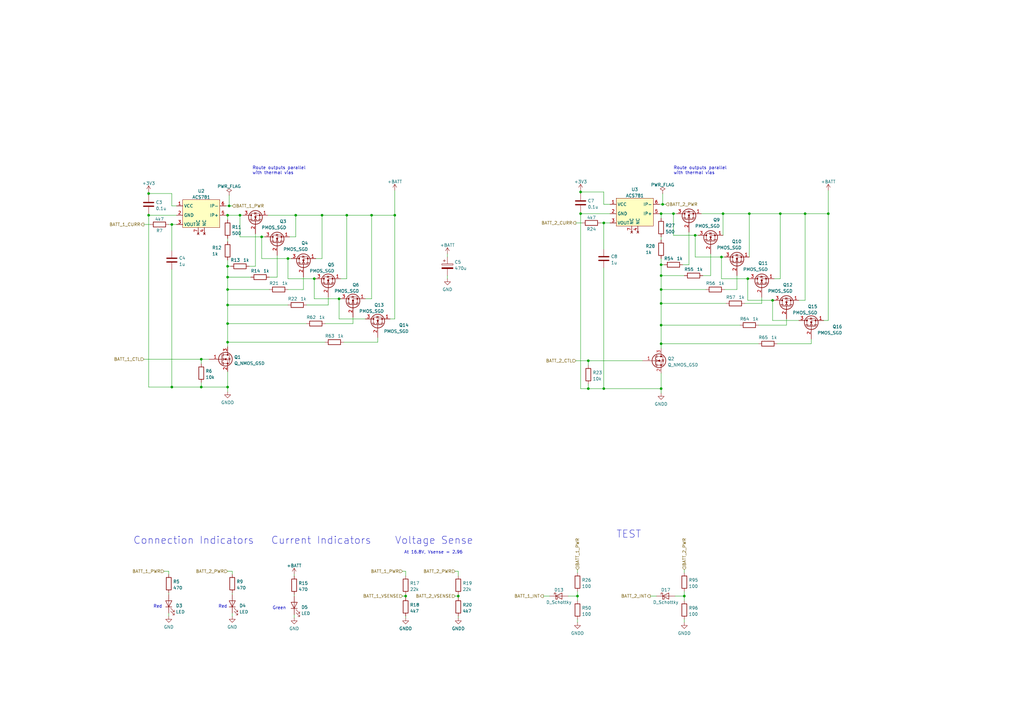
<source format=kicad_sch>
(kicad_sch (version 20211123) (generator eeschema)
  (paper "A3")
  (lib_symbols
    (symbol "0.power-symbols:+3.3V" (power) (pin_names (offset 0))
      (property "Value" "+3.3V" (at 0 3.556 0))
      (symbol "+3.3V_0_1"
        (polyline (pts (xy -0.762 1.27) (xy 0 2.54)))
        (polyline (pts (xy 0 0) (xy 0 2.54)))
        (polyline (pts (xy 0 2.54) (xy 0.762 1.27)))
      )
      (symbol "+3.3V_1_1"
        (pin power_in line (at 0 0 90) (length 0) hide (name "+3V3") (number "1"))
      )
    )
    (symbol "0.power-symbols:+BATT" (power) (pin_names (offset 0))
      (property "Value" "+BATT" (at 0 3.556 0))
      (symbol "+BATT_0_1"
        (polyline (pts (xy -0.762 1.27) (xy 0 2.54)))
        (polyline (pts (xy 0 0) (xy 0 2.54)))
        (polyline (pts (xy 0 2.54) (xy 0.762 1.27)))
      )
      (symbol "+BATT_1_1"
        (pin power_in line (at 0 0 90) (length 0) hide (name "+BATT") (number "1"))
      )
    )
    (symbol "0.power-symbols:GND" (power) (pin_names (offset 0))
      (property "Value" "GND" (at 0 -3.81 0))
      (symbol "GND_0_1"
        (polyline (pts (xy 0 0) (xy 0 -1.27) (xy 1.27 -1.27) (xy 0 -2.54) (xy -1.27 -1.27) (xy 0 -1.27)))
      )
      (symbol "GND_1_1"
        (pin power_in line (at 0 0 270) (length 0) hide (name "GND") (number "1"))
      )
    )
    (symbol "0.power-symbols:GNDD" (power) (pin_names (offset 0))
      (property "Value" "GNDD" (at 0 -3.81 0))
      (symbol "GNDD_0_1"
        (polyline (pts (xy 0 0) (xy 0 -1.27) (xy 1.27 -1.27) (xy 0 -2.54) (xy -1.27 -1.27) (xy 0 -1.27)))
      )
      (symbol "GNDD_1_1"
        (pin power_in line (at 0 0 270) (length 0) hide (name "GNDD") (number "1"))
      )
    )
    (symbol "0.power-symbols:PWR_FLAG" (power) (pin_numbers hide) (pin_names (offset 0) hide)
      (property "Value" "PWR_FLAG" (at 0 3.81 0))
      (symbol "PWR_FLAG_0_0"
        (pin power_out line (at 0 0 90) (length 0) (name "pwr") (number "1"))
      )
      (symbol "PWR_FLAG_0_1"
        (polyline (pts (xy 0 0) (xy 0 1.27) (xy -1.016 1.905) (xy 0 2.54) (xy 1.016 1.905) (xy 0 1.27)))
      )
    )
    (symbol "1.semi.discrete:D_Schottky" (pin_numbers hide) (pin_names (offset 1.016) hide)
      (property "Reference" "D" (at 0 2.54 0))
      (property "Value" "D_Schottky" (at 0 -2.54 0))
      (symbol "D_Schottky_0_1"
        (polyline (pts (xy 1.27 0) (xy -1.27 0)))
        (polyline (pts (xy 1.27 1.27) (xy 1.27 -1.27) (xy -1.27 0) (xy 1.27 1.27)) (stroke (width 0.2032)))
        (polyline (pts (xy -1.905 0.635) (xy -1.905 1.27) (xy -1.27 1.27) (xy -1.27 -1.27) (xy -0.635 -1.27) (xy -0.635 -0.635)) (stroke (width 0.2032)))
      )
      (symbol "D_Schottky_1_1"
        (pin passive line (at -3.81 0 0) (length 2.54) (name "K") (number "1"))
        (pin passive line (at 3.81 0 180) (length 2.54) (name "A") (number "2"))
      )
    )
    (symbol "1.semi.discrete:Q_NMOS_GSD" (pin_names (offset 0) hide)
      (property "Reference" "Q" (at 5.08 1.27 0))
      (property "Value" "Q_NMOS_GSD" (at 5.08 -1.27 0))
      (symbol "Q_NMOS_GSD_0_1"
        (polyline (pts (xy 0.0508 0) (xy 0.254 0)))
        (polyline (pts (xy 0.762 -1.778) (xy 2.54 -1.778)))
        (polyline (pts (xy 0.762 -1.27) (xy 0.762 -2.286)) (stroke (width 0.254)))
        (polyline (pts (xy 0.762 0) (xy 2.54 0)))
        (polyline (pts (xy 0.762 0.508) (xy 0.762 -0.508)) (stroke (width 0.254)))
        (polyline (pts (xy 0.762 1.778) (xy 2.54 1.778)))
        (polyline (pts (xy 0.762 2.286) (xy 0.762 1.27)) (stroke (width 0.254)))
        (polyline (pts (xy 2.54 -1.778) (xy 2.54 -2.54)))
        (polyline (pts (xy 2.54 -1.778) (xy 2.54 0)))
        (polyline (pts (xy 2.54 2.54) (xy 2.54 1.778)))
        (polyline (pts (xy 0.254 1.905) (xy 0.254 -1.905) (xy 0.254 -1.905)) (stroke (width 0.254)))
        (polyline (pts (xy 1.016 0) (xy 2.032 0.381) (xy 2.032 -0.381) (xy 1.016 0)) (fill (type outline)))
        (polyline (pts (xy 2.54 -1.778) (xy 3.302 -1.778) (xy 3.302 1.778) (xy 2.54 1.778)))
        (polyline (pts (xy 2.794 0.508) (xy 2.921 0.381) (xy 3.683 0.381) (xy 3.81 0.254)))
        (polyline (pts (xy 3.302 0.381) (xy 2.921 -0.254) (xy 3.683 -0.254) (xy 3.302 0.381)))
        (circle (center 1.651 0) (radius 2.8194) (stroke (width 0.254)))
        (circle (center 2.54 -1.778) (radius 0.2794) (fill (type outline)))
        (circle (center 2.54 1.778) (radius 0.2794) (fill (type outline)))
      )
      (symbol "Q_NMOS_GSD_1_1"
        (pin input line (at -5.08 0 0) (length 5.08) (name "G") (number "1"))
        (pin passive line (at 2.54 -5.08 90) (length 2.54) (name "S") (number "2"))
        (pin passive line (at 2.54 5.08 270) (length 2.54) (name "D") (number "3"))
      )
    )
    (symbol "1.semi.discrete:Q_NMOS_SGD" (pin_names (offset 0) hide)
      (property "Reference" "Q" (at 5.08 1.27 0))
      (property "Value" "Q_NMOS_SGD" (at 5.08 -1.27 0))
      (symbol "Q_NMOS_SGD_0_1"
        (polyline (pts (xy 0.0508 0) (xy 0.254 0)))
        (polyline (pts (xy 0.762 -1.778) (xy 2.54 -1.778)))
        (polyline (pts (xy 0.762 -1.27) (xy 0.762 -2.286)) (stroke (width 0.254)))
        (polyline (pts (xy 0.762 0) (xy 2.54 0)))
        (polyline (pts (xy 0.762 0.508) (xy 0.762 -0.508)) (stroke (width 0.254)))
        (polyline (pts (xy 0.762 1.778) (xy 2.54 1.778)))
        (polyline (pts (xy 0.762 2.286) (xy 0.762 1.27)) (stroke (width 0.254)))
        (polyline (pts (xy 2.54 -1.778) (xy 2.54 -2.54)))
        (polyline (pts (xy 2.54 -1.778) (xy 2.54 0)))
        (polyline (pts (xy 2.54 2.54) (xy 2.54 1.778)))
        (polyline (pts (xy 0.254 1.905) (xy 0.254 -1.905) (xy 0.254 -1.905)) (stroke (width 0.254)))
        (polyline (pts (xy 1.016 0) (xy 2.032 0.381) (xy 2.032 -0.381) (xy 1.016 0)) (fill (type outline)))
        (polyline (pts (xy 2.54 -1.778) (xy 3.302 -1.778) (xy 3.302 1.778) (xy 2.54 1.778)))
        (polyline (pts (xy 2.794 0.508) (xy 2.921 0.381) (xy 3.683 0.381) (xy 3.81 0.254)))
        (polyline (pts (xy 3.302 0.381) (xy 2.921 -0.254) (xy 3.683 -0.254) (xy 3.302 0.381)))
        (circle (center 1.651 0) (radius 2.8194) (stroke (width 0.254)))
        (circle (center 2.54 -1.778) (radius 0.2794) (fill (type outline)))
        (circle (center 2.54 1.778) (radius 0.2794) (fill (type outline)))
      )
      (symbol "Q_NMOS_SGD_1_1"
        (pin passive line (at 2.54 -5.08 90) (length 2.54) (name "S") (number "1"))
        (pin input line (at -5.08 0 0) (length 5.08) (name "G") (number "2"))
        (pin passive line (at 2.54 5.08 270) (length 2.54) (name "D") (number "3"))
      )
    )
    (symbol "1.semi.opto:LED" (pin_numbers hide) (pin_names (offset 1.016) hide)
      (property "Reference" "D" (at 0 2.54 0))
      (property "Value" "LED" (at 0 -2.54 0))
      (symbol "LED_0_1"
        (polyline (pts (xy -1.27 -1.27) (xy -1.27 1.27)) (stroke (width 0.2032)))
        (polyline (pts (xy -1.27 0) (xy 1.27 0)))
        (polyline (pts (xy 1.27 -1.27) (xy 1.27 1.27) (xy -1.27 0) (xy 1.27 -1.27)) (stroke (width 0.2032)))
        (polyline (pts (xy -3.048 -0.762) (xy -4.572 -2.286) (xy -3.81 -2.286) (xy -4.572 -2.286) (xy -4.572 -1.524)))
        (polyline (pts (xy -1.778 -0.762) (xy -3.302 -2.286) (xy -2.54 -2.286) (xy -3.302 -2.286) (xy -3.302 -1.524)))
      )
      (symbol "LED_1_1"
        (pin passive line (at -3.81 0 0) (length 2.54) (name "K") (number "1"))
        (pin passive line (at 3.81 0 180) (length 2.54) (name "A") (number "2"))
      )
    )
    (symbol "2.passive:C" (pin_numbers hide) (pin_names (offset 0.254))
      (property "Reference" "C" (at 0.635 2.54 0))
      (property "Value" "C" (at 0.635 -2.54 0))
      (symbol "C_0_1"
        (polyline (pts (xy -2.032 -0.762) (xy 2.032 -0.762)) (stroke (width 0.508)))
        (polyline (pts (xy -2.032 0.762) (xy 2.032 0.762)) (stroke (width 0.508)))
      )
      (symbol "C_1_1"
        (pin passive line (at 0 3.81 270) (length 2.794) (name "~") (number "1"))
        (pin passive line (at 0 -3.81 90) (length 2.794) (name "~") (number "2"))
      )
    )
    (symbol "2.passive:CP" (pin_numbers hide) (pin_names (offset 0.254))
      (property "Reference" "C" (at 0.635 2.54 0))
      (property "Value" "CP" (at 0.635 -2.54 0))
      (symbol "CP_0_1"
        (rectangle (start -2.286 0.508) (end 2.286 1.016))
        (polyline (pts (xy -1.778 2.286) (xy -0.762 2.286)))
        (polyline (pts (xy -1.27 2.794) (xy -1.27 1.778)))
        (rectangle (start 2.286 -0.508) (end -2.286 -1.016) (fill (type outline)))
      )
      (symbol "CP_1_1"
        (pin passive line (at 0 3.81 270) (length 2.794) (name "~") (number "1"))
        (pin passive line (at 0 -3.81 90) (length 2.794) (name "~") (number "2"))
      )
    )
    (symbol "2.passive:R" (pin_numbers hide) (pin_names (offset 0))
      (property "Reference" "R" (at 2.032 0 90))
      (property "Value" "R" (at 0 0 90))
      (symbol "R_0_1"
        (rectangle (start -1.016 -2.54) (end 1.016 2.54) (stroke (width 0.254)))
      )
      (symbol "R_1_1"
        (pin passive line (at 0 3.81 270) (length 1.27) (name "~") (number "1"))
        (pin passive line (at 0 -3.81 90) (length 1.27) (name "~") (number "2"))
      )
    )
    (symbol "ACS781_1"
      (property "Reference" "U" (at 0 3.81 0))
      (property "Value" "ACS781_1" (at 0 1.27 0))
      (symbol "ACS781_1_0_1"
        (rectangle (start -7.62 0) (end 7.62 -11.43) (fill (type background)))
      )
      (symbol "ACS781_1_1_1"
        (pin power_in line (at -10.16 -2.54 0) (length 2.54) (name "VCC") (number "1"))
        (pin power_in line (at -10.16 -6.35 0) (length 2.54) (name "GND") (number "2"))
        (pin passive line (at -10.16 -10.16 0) (length 2.54) (name "VOUT") (number "3"))
        (pin no_connect line (at 1.27 -13.97 90) (length 2.54) (name "NC") (number "4"))
        (pin power_out line (at 10.16 -6.35 180) (length 2.54) (name "IP+") (number "5"))
        (pin power_in line (at 10.16 -2.54 180) (length 2.54) (name "IP-") (number "6"))
        (pin no_connect line (at -1.27 -13.97 90) (length 2.54) (name "NC") (number "7"))
      )
    )
  )
  (junction (at 121.285 88.265))
  (junction (at 271.145 140.97))
  (junction (at 307.34 87.63))
  (junction (at 238.125 78.74))
  (junction (at 60.96 79.375))
  (junction (at 296.545 87.63))
  (junction (at 271.145 87.63))
  (junction (at 320.04 87.63))
  (junction (at 60.96 88.265))
  (junction (at 70.485 158.75))
  (junction (at 107.315 97.155))
  (junction (at 187.96 244.475))
  (junction (at 271.145 108.585))
  (junction (at 128.905 114.3))
  (junction (at 330.2 87.63))
  (junction (at 93.345 113.665))
  (junction (at 132.08 88.265))
  (junction (at 247.65 91.44))
  (junction (at 152.4 88.265))
  (junction (at 98.425 88.265))
  (junction (at 93.345 118.745))
  (junction (at 271.145 124.46))
  (junction (at 236.855 244.475))
  (junction (at 118.11 106.045))
  (junction (at 271.145 113.03))
  (junction (at 166.37 244.475))
  (junction (at 93.345 109.22))
  (junction (at 271.145 159.385))
  (junction (at 316.865 123.19))
  (junction (at 306.705 114.3))
  (junction (at 161.925 88.265))
  (junction (at 93.345 88.265))
  (junction (at 82.55 147.32))
  (junction (at 276.225 87.63))
  (junction (at 280.67 244.475))
  (junction (at 139.065 122.555))
  (junction (at 241.3 159.385))
  (junction (at 247.65 159.385))
  (junction (at 93.345 140.335))
  (junction (at 70.485 92.075))
  (junction (at 271.145 133.35))
  (junction (at 93.98 84.455))
  (junction (at 295.91 105.41))
  (junction (at 82.55 158.75))
  (junction (at 285.115 96.52))
  (junction (at 339.725 87.63))
  (junction (at 93.345 125.095))
  (junction (at 241.3 147.955))
  (junction (at 142.24 88.265))
  (junction (at 271.78 83.82))
  (junction (at 93.345 158.75))
  (junction (at 93.345 132.715))
  (junction (at 271.145 118.745))
  (junction (at 238.125 87.63))
  (wire (pts (xy 187.96 243.84) (xy 187.96 244.475)))
  (wire (pts (xy 93.345 106.68) (xy 93.345 109.22)))
  (wire (pts (xy 247.65 78.74) (xy 238.125 78.74)))
  (wire (pts (xy 282.575 108.585) (xy 282.575 95.25)))
  (wire (pts (xy 280.67 244.475) (xy 280.67 246.38)))
  (wire (pts (xy 92.71 84.455) (xy 93.98 84.455)))
  (wire (pts (xy 124.46 113.665) (xy 124.46 118.745)))
  (wire (pts (xy 93.345 158.75) (xy 93.345 160.655)))
  (wire (pts (xy 69.215 243.205) (xy 69.215 243.84)))
  (wire (pts (xy 311.15 133.35) (xy 322.58 133.35)))
  (wire (pts (xy 107.315 97.155) (xy 108.585 97.155)))
  (wire (pts (xy 316.865 123.19) (xy 316.865 131.445)))
  (wire (pts (xy 280.035 108.585) (xy 282.575 108.585)))
  (wire (pts (xy 132.08 88.265) (xy 142.24 88.265)))
  (wire (pts (xy 92.71 88.265) (xy 93.345 88.265)))
  (wire (pts (xy 330.2 87.63) (xy 320.04 87.63)))
  (wire (pts (xy 236.22 147.955) (xy 241.3 147.955)))
  (wire (pts (xy 60.96 79.375) (xy 60.96 80.01)))
  (wire (pts (xy 271.145 97.155) (xy 271.145 98.425)))
  (wire (pts (xy 241.3 147.955) (xy 263.525 147.955)))
  (wire (pts (xy 152.4 88.265) (xy 142.24 88.265)))
  (wire (pts (xy 337.82 131.445) (xy 339.725 131.445)))
  (wire (pts (xy 280.67 242.57) (xy 280.67 244.475)))
  (wire (pts (xy 307.34 87.63) (xy 320.04 87.63)))
  (wire (pts (xy 60.96 87.63) (xy 60.96 88.265)))
  (wire (pts (xy 128.905 122.555) (xy 128.905 114.3)))
  (wire (pts (xy 69.215 234.315) (xy 67.31 234.315)))
  (wire (pts (xy 93.345 118.745) (xy 110.49 118.745)))
  (wire (pts (xy 120.65 243.84) (xy 120.65 244.475)))
  (wire (pts (xy 236.855 254) (xy 236.855 255.27)))
  (wire (pts (xy 271.145 87.63) (xy 271.145 89.535)))
  (wire (pts (xy 139.065 122.555) (xy 128.905 122.555)))
  (wire (pts (xy 149.86 122.555) (xy 152.4 122.555)))
  (wire (pts (xy 296.545 87.63) (xy 307.34 87.63)))
  (wire (pts (xy 247.65 91.44) (xy 247.65 102.235)))
  (wire (pts (xy 166.37 243.84) (xy 166.37 244.475)))
  (wire (pts (xy 183.515 113.03) (xy 183.515 114.3)))
  (wire (pts (xy 70.485 110.49) (xy 70.485 158.75)))
  (wire (pts (xy 271.145 140.97) (xy 271.145 142.875)))
  (wire (pts (xy 142.24 114.3) (xy 142.24 88.265)))
  (wire (pts (xy 128.905 114.3) (xy 129.54 114.3)))
  (wire (pts (xy 69.215 251.46) (xy 69.215 252.73)))
  (wire (pts (xy 238.125 87.63) (xy 250.19 87.63)))
  (wire (pts (xy 70.485 79.375) (xy 70.485 84.455)))
  (wire (pts (xy 70.485 79.375) (xy 60.96 79.375)))
  (wire (pts (xy 118.11 106.045) (xy 107.315 106.045)))
  (wire (pts (xy 271.145 124.46) (xy 297.815 124.46)))
  (wire (pts (xy 247.65 159.385) (xy 271.145 159.385)))
  (wire (pts (xy 107.315 97.155) (xy 98.425 97.155)))
  (wire (pts (xy 133.35 132.715) (xy 144.78 132.715)))
  (wire (pts (xy 241.3 157.48) (xy 241.3 159.385)))
  (wire (pts (xy 183.515 104.14) (xy 183.515 105.41)))
  (wire (pts (xy 102.235 109.22) (xy 104.775 109.22)))
  (wire (pts (xy 139.7 114.3) (xy 142.24 114.3)))
  (wire (pts (xy 93.345 125.095) (xy 93.345 132.715)))
  (wire (pts (xy 312.42 124.46) (xy 305.435 124.46)))
  (wire (pts (xy 152.4 122.555) (xy 152.4 88.265)))
  (wire (pts (xy 161.925 78.105) (xy 161.925 88.265)))
  (wire (pts (xy 297.18 105.41) (xy 295.91 105.41)))
  (wire (pts (xy 271.145 108.585) (xy 271.145 113.03)))
  (wire (pts (xy 339.725 87.63) (xy 330.2 87.63)))
  (wire (pts (xy 119.38 106.045) (xy 118.11 106.045)))
  (wire (pts (xy 302.26 113.03) (xy 302.26 118.745)))
  (wire (pts (xy 307.34 114.3) (xy 306.705 114.3)))
  (wire (pts (xy 236.855 233.68) (xy 236.855 234.95)))
  (wire (pts (xy 236.855 244.475) (xy 236.855 246.38)))
  (wire (pts (xy 98.425 88.265) (xy 99.695 88.265)))
  (wire (pts (xy 187.96 244.475) (xy 187.96 245.11)))
  (wire (pts (xy 271.145 113.03) (xy 271.145 118.745)))
  (wire (pts (xy 82.55 147.32) (xy 82.55 149.225)))
  (wire (pts (xy 132.08 88.265) (xy 132.08 106.045)))
  (wire (pts (xy 93.345 88.265) (xy 98.425 88.265)))
  (wire (pts (xy 60.96 88.265) (xy 60.96 158.75)))
  (wire (pts (xy 266.7 244.475) (xy 269.24 244.475)))
  (wire (pts (xy 285.115 96.52) (xy 276.225 96.52)))
  (wire (pts (xy 271.145 108.585) (xy 272.415 108.585)))
  (wire (pts (xy 271.145 153.035) (xy 271.145 159.385)))
  (wire (pts (xy 95.25 234.315) (xy 93.345 234.315)))
  (wire (pts (xy 98.425 97.155) (xy 98.425 88.265)))
  (wire (pts (xy 120.65 252.095) (xy 120.65 253.365)))
  (wire (pts (xy 107.315 106.045) (xy 107.315 97.155)))
  (wire (pts (xy 271.145 106.045) (xy 271.145 108.585)))
  (wire (pts (xy 276.86 244.475) (xy 280.67 244.475)))
  (wire (pts (xy 121.285 88.265) (xy 132.08 88.265)))
  (wire (pts (xy 113.665 113.665) (xy 110.49 113.665)))
  (wire (pts (xy 139.7 122.555) (xy 139.065 122.555)))
  (wire (pts (xy 93.345 125.095) (xy 118.11 125.095)))
  (wire (pts (xy 295.91 105.41) (xy 285.115 105.41)))
  (wire (pts (xy 291.465 113.03) (xy 288.29 113.03)))
  (wire (pts (xy 327.66 123.19) (xy 330.2 123.19)))
  (wire (pts (xy 60.96 88.265) (xy 72.39 88.265)))
  (wire (pts (xy 161.925 130.81) (xy 161.925 88.265)))
  (wire (pts (xy 280.67 254) (xy 280.67 255.27)))
  (wire (pts (xy 60.96 78.74) (xy 60.96 79.375)))
  (wire (pts (xy 271.145 87.63) (xy 276.225 87.63)))
  (wire (pts (xy 271.145 118.745) (xy 271.145 124.46)))
  (wire (pts (xy 307.34 87.63) (xy 307.34 105.41)))
  (wire (pts (xy 322.58 133.35) (xy 322.58 130.81)))
  (wire (pts (xy 187.96 234.315) (xy 187.96 236.22)))
  (wire (pts (xy 160.02 130.81) (xy 161.925 130.81)))
  (wire (pts (xy 93.98 80.01) (xy 93.98 84.455)))
  (wire (pts (xy 271.78 83.82) (xy 273.05 83.82)))
  (wire (pts (xy 132.08 106.045) (xy 129.54 106.045)))
  (wire (pts (xy 134.62 121.92) (xy 134.62 125.095)))
  (wire (pts (xy 241.3 147.955) (xy 241.3 149.86)))
  (wire (pts (xy 118.11 114.3) (xy 128.905 114.3)))
  (wire (pts (xy 316.865 123.19) (xy 306.705 123.19)))
  (wire (pts (xy 270.51 83.82) (xy 271.78 83.82)))
  (wire (pts (xy 121.285 88.265) (xy 121.285 97.155)))
  (wire (pts (xy 93.345 140.335) (xy 93.345 142.24)))
  (wire (pts (xy 271.78 79.375) (xy 271.78 83.82)))
  (wire (pts (xy 247.65 78.74) (xy 247.65 83.82)))
  (wire (pts (xy 291.465 104.14) (xy 291.465 113.03)))
  (wire (pts (xy 247.65 83.82) (xy 250.19 83.82)))
  (wire (pts (xy 271.145 140.97) (xy 311.15 140.97)))
  (wire (pts (xy 166.37 234.315) (xy 166.37 236.22)))
  (wire (pts (xy 118.11 114.3) (xy 118.11 106.045)))
  (wire (pts (xy 93.345 109.22) (xy 94.615 109.22)))
  (wire (pts (xy 236.855 242.57) (xy 236.855 244.475)))
  (wire (pts (xy 125.73 125.095) (xy 134.62 125.095)))
  (wire (pts (xy 187.96 252.73) (xy 187.96 253.365)))
  (wire (pts (xy 154.94 140.335) (xy 154.94 138.43)))
  (wire (pts (xy 166.37 252.73) (xy 166.37 253.365)))
  (wire (pts (xy 165.1 244.475) (xy 166.37 244.475)))
  (wire (pts (xy 121.285 97.155) (xy 118.745 97.155)))
  (wire (pts (xy 95.25 235.585) (xy 95.25 234.315)))
  (wire (pts (xy 233.045 244.475) (xy 236.855 244.475)))
  (wire (pts (xy 339.725 131.445) (xy 339.725 87.63)))
  (wire (pts (xy 306.705 114.3) (xy 306.705 123.19)))
  (wire (pts (xy 93.345 140.335) (xy 133.35 140.335)))
  (wire (pts (xy 93.345 113.665) (xy 102.87 113.665)))
  (wire (pts (xy 317.5 114.3) (xy 320.04 114.3)))
  (wire (pts (xy 276.225 96.52) (xy 276.225 87.63)))
  (wire (pts (xy 118.11 118.745) (xy 124.46 118.745)))
  (wire (pts (xy 270.51 87.63) (xy 271.145 87.63)))
  (wire (pts (xy 271.145 124.46) (xy 271.145 133.35)))
  (wire (pts (xy 238.125 78.74) (xy 238.125 79.375)))
  (wire (pts (xy 82.55 147.32) (xy 85.725 147.32)))
  (wire (pts (xy 93.345 113.665) (xy 93.345 118.745)))
  (wire (pts (xy 59.055 147.32) (xy 82.55 147.32)))
  (wire (pts (xy 166.37 244.475) (xy 166.37 245.11)))
  (wire (pts (xy 238.125 87.63) (xy 238.125 159.385)))
  (wire (pts (xy 271.145 159.385) (xy 271.145 161.29)))
  (wire (pts (xy 70.485 92.075) (xy 72.39 92.075)))
  (wire (pts (xy 82.55 158.75) (xy 93.345 158.75)))
  (wire (pts (xy 161.925 88.265) (xy 152.4 88.265)))
  (wire (pts (xy 69.215 235.585) (xy 69.215 234.315)))
  (wire (pts (xy 238.125 159.385) (xy 241.3 159.385)))
  (wire (pts (xy 120.65 236.22) (xy 120.65 235.585)))
  (wire (pts (xy 330.2 123.19) (xy 330.2 87.63)))
  (wire (pts (xy 238.125 86.995) (xy 238.125 87.63)))
  (wire (pts (xy 276.225 87.63) (xy 277.495 87.63)))
  (wire (pts (xy 70.485 92.075) (xy 70.485 102.87)))
  (wire (pts (xy 59.055 92.075) (xy 61.595 92.075)))
  (wire (pts (xy 285.115 105.41) (xy 285.115 96.52)))
  (wire (pts (xy 140.97 140.335) (xy 154.94 140.335)))
  (wire (pts (xy 187.96 234.315) (xy 186.69 234.315)))
  (wire (pts (xy 109.855 88.265) (xy 121.285 88.265)))
  (wire (pts (xy 95.25 243.205) (xy 95.25 243.84)))
  (wire (pts (xy 93.345 132.715) (xy 93.345 140.335)))
  (wire (pts (xy 93.345 109.22) (xy 93.345 113.665)))
  (wire (pts (xy 318.77 140.97) (xy 332.74 140.97)))
  (wire (pts (xy 295.91 114.3) (xy 295.91 105.41)))
  (wire (pts (xy 222.885 244.475) (xy 225.425 244.475)))
  (wire (pts (xy 238.125 78.105) (xy 238.125 78.74)))
  (wire (pts (xy 93.345 97.79) (xy 93.345 99.06)))
  (wire (pts (xy 297.18 118.745) (xy 302.26 118.745)))
  (wire (pts (xy 247.65 91.44) (xy 250.19 91.44)))
  (wire (pts (xy 82.55 156.845) (xy 82.55 158.75)))
  (wire (pts (xy 241.3 159.385) (xy 247.65 159.385)))
  (wire (pts (xy 93.98 84.455) (xy 95.25 84.455)))
  (wire (pts (xy 271.145 118.745) (xy 289.56 118.745)))
  (wire (pts (xy 149.86 130.81) (xy 139.065 130.81)))
  (wire (pts (xy 339.725 78.105) (xy 339.725 87.63)))
  (wire (pts (xy 327.66 131.445) (xy 316.865 131.445)))
  (wire (pts (xy 271.145 113.03) (xy 280.67 113.03)))
  (wire (pts (xy 166.37 234.315) (xy 165.1 234.315)))
  (wire (pts (xy 93.345 152.4) (xy 93.345 158.75)))
  (wire (pts (xy 317.5 123.19) (xy 316.865 123.19)))
  (wire (pts (xy 60.96 158.75) (xy 70.485 158.75)))
  (wire (pts (xy 104.775 109.22) (xy 104.775 95.885)))
  (wire (pts (xy 93.345 88.265) (xy 93.345 90.17)))
  (wire (pts (xy 271.145 133.35) (xy 271.145 140.97)))
  (wire (pts (xy 93.345 132.715) (xy 125.73 132.715)))
  (wire (pts (xy 113.665 104.775) (xy 113.665 113.665)))
  (wire (pts (xy 332.74 140.97) (xy 332.74 139.065)))
  (wire (pts (xy 320.04 114.3) (xy 320.04 87.63)))
  (wire (pts (xy 296.545 87.63) (xy 296.545 96.52)))
  (wire (pts (xy 312.42 121.92) (xy 312.42 124.46)))
  (wire (pts (xy 287.655 87.63) (xy 296.545 87.63)))
  (wire (pts (xy 70.485 158.75) (xy 82.55 158.75)))
  (wire (pts (xy 285.115 96.52) (xy 286.385 96.52)))
  (wire (pts (xy 139.065 122.555) (xy 139.065 130.81)))
  (wire (pts (xy 271.145 133.35) (xy 303.53 133.35)))
  (wire (pts (xy 95.25 251.46) (xy 95.25 252.73)))
  (wire (pts (xy 93.345 118.745) (xy 93.345 125.095)))
  (wire (pts (xy 144.78 132.715) (xy 144.78 130.175)))
  (wire (pts (xy 69.215 92.075) (xy 70.485 92.075)))
  (wire (pts (xy 186.69 244.475) (xy 187.96 244.475)))
  (wire (pts (xy 306.705 114.3) (xy 295.91 114.3)))
  (wire (pts (xy 236.22 91.44) (xy 238.76 91.44)))
  (wire (pts (xy 246.38 91.44) (xy 247.65 91.44)))
  (wire (pts (xy 247.65 109.855) (xy 247.65 159.385)))
  (wire (pts (xy 70.485 84.455) (xy 72.39 84.455)))
  (wire (pts (xy 280.67 233.68) (xy 280.67 234.95)))
  (text "Connection Indicators\n" (at 54.61 223.52 0) (effects (font (size 3 3)) (justify left bottom)))
  (text "Red" (at 62.865 249.555 0) (effects (font (size 1.27 1.27)) (justify left bottom)))
  (text "Route outputs parallel\nwith thermal vias" (at 276.225 71.755 0) (effects (font (size 1.27 1.27)) (justify left bottom)))
  (text "Voltage Sense" (at 161.925 223.52 0) (effects (font (size 3 3)) (justify left bottom)))
  (text "Green\n" (at 111.76 250.19 0) (effects (font (size 1.27 1.27)) (justify left bottom)))
  (text "Current Indicators\n" (at 111.125 223.52 0) (effects (font (size 3 3)) (justify left bottom)))
  (text "Red" (at 89.535 249.555 0) (effects (font (size 1.27 1.27)) (justify left bottom)))
  (text "Route outputs parallel\nwith thermal vias" (at 103.505 71.755 0) (effects (font (size 1.27 1.27)) (justify left bottom)))
  (text "TEST" (at 252.73 220.98 0) (effects (font (size 3 3)) (justify left bottom)))
  (text "At 16.8V, Vsense = 2.96\n" (at 165.735 227.33 0) (effects (font (size 1.27 1.27)) (justify left bottom)))
  (hierarchical_label "BATT_2_PWR" (shape input) (at 186.69 234.315 180))
  (hierarchical_label "BATT_2_VSENSE" (shape input) (at 186.69 244.475 180))
  (hierarchical_label "BATT_2_CURR" (shape output) (at 236.22 91.44 180))
  (hierarchical_label "BATT_2_CTL" (shape input) (at 236.22 147.955 180))
  (hierarchical_label "BATT_1_INT" (shape output) (at 222.885 244.475 180))
  (hierarchical_label "BATT_1_VSENSE" (shape input) (at 165.1 244.475 180))
  (hierarchical_label "BATT_2_PWR" (shape input) (at 280.67 233.68 90))
  (hierarchical_label "BATT_1_PWR" (shape input) (at 165.1 234.315 180))
  (hierarchical_label "BATT_2_PWR" (shape input) (at 93.345 234.315 180))
  (hierarchical_label "BATT_1_CURR" (shape output) (at 59.055 92.075 180))
  (hierarchical_label "BATT_1_PWR" (shape input) (at 236.855 233.68 90))
  (hierarchical_label "BATT_2_INT" (shape output) (at 266.7 244.475 180))
  (hierarchical_label "BATT_1_CTL" (shape input) (at 59.055 147.32 180))
  (hierarchical_label "BATT_2_PWR" (shape input) (at 273.05 83.82 0))
  (hierarchical_label "BATT_1_PWR" (shape input) (at 67.31 234.315 180))
  (hierarchical_label "BATT_1_PWR" (shape input) (at 95.25 84.455 0))
  (symbol (lib_id "2.passive:R") (at 187.96 248.92 0) (unit 1)
    (property "Reference" "R20" (at 189.738 248.0853 0) (effects (justify left)))
    (property "Value" "4k7" (at 189.738 250.6222 0) (effects (justify left)))
    (property "Footprint" "2_Passives_Resistors_SMD_IPC:R_1608_603_B" (effects hide))
    (property "PN" "1,6" (effects hide))
  )
  (symbol (lib_id "1.semi.discrete:Q_NMOS_SGD") (at 322.58 125.73 90) (unit 1)
    (property "Reference" "Q15" (at 335.28 125.73 90) (effects (justify left)))
    (property "Value" "PMOS_SGD" (at 335.28 128.2669 90) (effects (justify left)))
    (property "Footprint" "1_Semi_TO_SOT:VDFN-8" (effects hide))
    (property "Datasheet" "https://www.ti.com/lit/ds/symlink/csd25404q3.pdf?HQS=dis-dk-null-digikeymode-dsf-pf-null-wwe&ts=1673399419393&ref_url=https%253A%252F%252Fwww.ti.com%252Fgeneral%252Fdocs%252Fsuppproductinfo.tsp%253FdistId%253D10%2526gotoUrl%253Dhttps%253A%252F%252Fwww.ti.com%252Flit%252Fgpn%252Fcsd25404q3" (effects hide))
    (property "PN" "4,8" (effects hide))
  )
  (symbol (lib_id "2.passive:R") (at 242.57 91.44 90) (unit 1)
    (property "Reference" "R24" (at 242.57 93.98 90))
    (property "Value" "4k7" (at 242.57 89.2611 90))
    (property "Footprint" "2_Passives_Resistors_SMD_IPC:R_1608_603_B" (effects hide))
    (property "PN" "1,6" (effects hide))
  )
  (symbol (lib_id "1.semi.discrete:Q_NMOS_SGD") (at 291.465 99.06 90) (unit 1)
    (property "Reference" "Q10" (at 304.165 99.06 90) (effects (justify left)))
    (property "Value" "PMOS_SGD" (at 304.165 101.5969 90) (effects (justify left)))
    (property "Footprint" "1_Semi_TO_SOT:VDFN-8" (effects hide))
    (property "Datasheet" "https://www.ti.com/lit/ds/symlink/csd25404q3.pdf?HQS=dis-dk-null-digikeymode-dsf-pf-null-wwe&ts=1673399419393&ref_url=https%253A%252F%252Fwww.ti.com%252Fgeneral%252Fdocs%252Fsuppproductinfo.tsp%253FdistId%253D10%2526gotoUrl%253Dhttps%253A%252F%252Fwww.ti.com%252Flit%252Fgpn%252Fcsd25404q3" (effects hide))
    (property "PN" "4,8" (effects hide))
  )
  (symbol (lib_id "2.passive:R") (at 121.92 125.095 270) (unit 1)
    (property "Reference" "R22" (at 120.015 122.555 90))
    (property "Value" "1k" (at 124.46 122.555 90))
    (property "Footprint" "2_Passives_Resistors_SMD_IPC:R_1608_603_B" (effects hide))
    (property "PN" "1,7" (effects hide))
  )
  (symbol (lib_id "2.passive:R") (at 65.405 92.075 90) (unit 1)
    (property "Reference" "R7" (at 65.405 94.615 90))
    (property "Value" "4k7" (at 65.405 89.8961 90))
    (property "Footprint" "2_Passives_Resistors_SMD_IPC:R_1608_603_B" (effects hide))
    (property "PN" "1,6" (effects hide))
  )
  (symbol (lib_id "1.semi.opto:LED") (at 69.215 247.65 90) (unit 1)
    (property "Reference" "D3" (at 72.136 248.4155 90) (effects (justify right)))
    (property "Value" "LED" (at 72.136 250.9524 90) (effects (justify right)))
    (property "Footprint" "1_Semi_Discrete_Diodes_SMD:D_0603" (effects hide))
    (property "PN" "3,3" (effects hide))
  )
  (symbol (lib_id "2.passive:C") (at 70.485 106.68 180) (unit 1)
    (property "Reference" "C4" (at 73.406 105.8453 0) (effects (justify right)))
    (property "Value" "1u" (at 73.406 108.3822 0) (effects (justify right)))
    (property "Footprint" "2_Passives_Capacitors_SMD_IPC:C_1608_603_B" (effects hide))
    (property "PN" "2,4" (effects hide))
  )
  (symbol (lib_id "0.power-symbols:PWR_FLAG") (at 271.78 79.375 0) (unit 1)
    (property "Reference" "#FLG07" (effects hide))
    (property "Value" "PWR_FLAG" (at 271.78 75.7992 0))
  )
  (symbol (lib_id "2.passive:R") (at 241.3 153.67 180) (unit 1)
    (property "Reference" "R23" (at 243.078 152.8353 0) (effects (justify right)))
    (property "Value" "10k" (at 243.078 155.3722 0) (effects (justify right)))
    (property "Footprint" "2_Passives_Resistors_SMD_IPC:R_1608_603_B" (effects hide))
    (property "PN" "1,5" (effects hide))
  )
  (symbol (lib_id "2.passive:R") (at 314.96 140.97 270) (unit 1)
    (property "Reference" "R65" (at 313.055 138.43 90))
    (property "Value" "1k" (at 317.5 138.43 90))
    (property "Footprint" "2_Passives_Resistors_SMD_IPC:R_1608_603_B" (effects hide))
    (property "PN" "1,7" (effects hide))
  )
  (symbol (lib_id "2.passive:R") (at 293.37 118.745 270) (unit 1)
    (property "Reference" "R56" (at 291.465 116.205 90))
    (property "Value" "1k" (at 295.91 116.205 90))
    (property "Footprint" "2_Passives_Resistors_SMD_IPC:R_1608_603_B" (effects hide))
    (property "PN" "1,7" (effects hide))
  )
  (symbol (lib_id "1.semi.discrete:D_Schottky") (at 273.05 244.475 0) (unit 1)
    (property "Reference" "D17" (at 273.05 241.935 0))
    (property "Value" "D_Schottky" (at 273.05 247.015 0))
    (property "Footprint" "1_Semi_Discrete_Diodes_SMD:D_SOD-123F" (effects hide))
    (property "Part" "PMEG1030EH" (effects hide))
    (property "PN" "TBD" (effects hide))
  )
  (symbol (lib_id "2.passive:R") (at 301.625 124.46 270) (unit 1)
    (property "Reference" "R57" (at 299.72 121.92 90))
    (property "Value" "1k" (at 304.165 121.92 90))
    (property "Footprint" "2_Passives_Resistors_SMD_IPC:R_1608_603_B" (effects hide))
    (property "PN" "1,7" (effects hide))
  )
  (symbol (lib_id "2.passive:R") (at 98.425 109.22 270) (unit 1)
    (property "Reference" "R13" (at 96.52 106.68 90))
    (property "Value" "1k" (at 100.965 106.68 90))
    (property "Footprint" "2_Passives_Resistors_SMD_IPC:R_1608_603_B" (effects hide))
    (property "PN" "1,7" (effects hide))
  )
  (symbol (lib_id "0.power-symbols:GNDD") (at 166.37 253.365 0) (unit 1)
    (property "Reference" "#PWR034" (effects hide))
    (property "Value" "GNDD" (at 166.37 257.8084 0))
  )
  (symbol (lib_id "0.power-symbols:GNDD") (at 271.145 161.29 0) (unit 1)
    (property "Reference" "#PWR039" (effects hide))
    (property "Value" "GNDD" (at 271.145 165.7334 0))
  )
  (symbol (lib_id "2.passive:R") (at 166.37 248.92 0) (unit 1)
    (property "Reference" "R18" (at 168.148 248.0853 0) (effects (justify left)))
    (property "Value" "4k7" (at 168.148 250.6222 0) (effects (justify left)))
    (property "Footprint" "2_Passives_Resistors_SMD_IPC:R_1608_603_B" (effects hide))
    (property "PN" "1,6" (effects hide))
  )
  (symbol (lib_id "1.semi.opto:LED") (at 95.25 247.65 90) (unit 1)
    (property "Reference" "D4" (at 98.171 248.4155 90) (effects (justify right)))
    (property "Value" "LED" (at 98.171 250.9524 90) (effects (justify right)))
    (property "Footprint" "1_Semi_Discrete_Diodes_SMD:D_0603" (effects hide))
    (property "PN" "3,3" (effects hide))
  )
  (symbol (lib_id "0.power-symbols:PWR_FLAG") (at 93.98 80.01 0) (unit 1)
    (property "Reference" "#FLG0102" (effects hide))
    (property "Value" "PWR_FLAG" (at 93.98 76.4342 0))
  )
  (symbol (lib_id "1.semi.discrete:Q_NMOS_SGD") (at 332.74 133.985 90) (unit 1)
    (property "Reference" "Q16" (at 345.44 133.985 90) (effects (justify left)))
    (property "Value" "PMOS_SGD" (at 345.44 136.5219 90) (effects (justify left)))
    (property "Footprint" "1_Semi_TO_SOT:VDFN-8" (effects hide))
    (property "Datasheet" "https://www.ti.com/lit/ds/symlink/csd25404q3.pdf?HQS=dis-dk-null-digikeymode-dsf-pf-null-wwe&ts=1673399419393&ref_url=https%253A%252F%252Fwww.ti.com%252Fgeneral%252Fdocs%252Fsuppproductinfo.tsp%253FdistId%253D10%2526gotoUrl%253Dhttps%253A%252F%252Fwww.ti.com%252Flit%252Fgpn%252Fcsd25404q3" (effects hide))
    (property "PN" "4,8" (effects hide))
  )
  (symbol (lib_id "2.passive:R") (at 236.855 250.19 0) (unit 1)
    (property "Reference" "R50" (at 238.633 249.3553 0) (effects (justify left)))
    (property "Value" "100" (at 238.633 251.8922 0) (effects (justify left)))
    (property "Footprint" "2_Passives_Resistors_SMD_IPC:R_1608_603_B" (effects hide))
  )
  (symbol (lib_id "1.semi.discrete:Q_NMOS_SGD") (at 104.775 90.805 90) (unit 1)
    (property "Reference" "Q3" (at 117.475 90.8081 90) (effects (justify left)))
    (property "Value" "PMOS_SGD" (at 117.475 93.345 90) (effects (justify left)))
    (property "Footprint" "1_Semi_TO_SOT:VDFN-8" (effects hide))
    (property "Datasheet" "https://www.ti.com/lit/ds/symlink/csd25404q3.pdf?HQS=dis-dk-null-digikeymode-dsf-pf-null-wwe&ts=1673399419393&ref_url=https%253A%252F%252Fwww.ti.com%252Fgeneral%252Fdocs%252Fsuppproductinfo.tsp%253FdistId%253D10%2526gotoUrl%253Dhttps%253A%252F%252Fwww.ti.com%252Flit%252Fgpn%252Fcsd25404q3" (effects hide))
    (property "PN" "4,8" (effects hide))
  )
  (symbol (lib_id "1.semi.discrete:Q_NMOS_GSD") (at 90.805 147.32 0) (unit 1)
    (property "Reference" "Q1" (at 96.0374 146.4853 0) (effects (justify left)))
    (property "Value" "Q_NMOS_GSD" (at 96.0374 149.0222 0) (effects (justify left)))
    (property "Footprint" "1_Semi_TO_SOT:SOT-323FL" (effects hide))
  )
  (symbol (lib_id "2.passive:R") (at 187.96 240.03 0) (unit 1)
    (property "Reference" "R19" (at 189.738 239.1953 0) (effects (justify left)))
    (property "Value" "22k" (at 189.738 241.7322 0) (effects (justify left)))
    (property "Footprint" "2_Passives_Resistors_SMD_IPC:R_1608_603_B" (effects hide))
    (property "PN" "1,4" (effects hide))
  )
  (symbol (lib_id "2.passive:R") (at 166.37 240.03 0) (unit 1)
    (property "Reference" "R17" (at 168.148 239.1953 0) (effects (justify left)))
    (property "Value" "22k" (at 168.148 241.7322 0) (effects (justify left)))
    (property "Footprint" "2_Passives_Resistors_SMD_IPC:R_1608_603_B" (effects hide))
    (property "PN" "1,4" (effects hide))
  )
  (symbol (lib_id "0.power-symbols:GND") (at 95.25 252.73 0) (unit 1)
    (property "Reference" "#PWR025" (effects hide))
    (property "Value" "GND" (at 95.25 257.1734 0))
  )
  (symbol (lib_name "ACS781_1") (lib_id "1.semi.ic.sensor:ACS781") (at 82.55 81.915 0) (unit 1)
    (property "Reference" "U2" (at 82.55 78.3422 0))
    (property "Value" "ACS781" (at 82.55 80.8791 0))
    (property "Footprint" "1_Semi_TO_SOT:7-LR-PSOF" (effects hide))
    (property "PN" "4,1" (effects hide))
  )
  (symbol (lib_id "1.semi.discrete:Q_NMOS_SGD") (at 124.46 108.585 90) (unit 1)
    (property "Reference" "Q5" (at 137.16 108.585 90) (effects (justify left)))
    (property "Value" "PMOS_SGD" (at 137.16 111.1219 90) (effects (justify left)))
    (property "Footprint" "1_Semi_TO_SOT:VDFN-8" (effects hide))
    (property "Datasheet" "https://www.ti.com/lit/ds/symlink/csd25404q3.pdf?HQS=dis-dk-null-digikeymode-dsf-pf-null-wwe&ts=1673399419393&ref_url=https%253A%252F%252Fwww.ti.com%252Fgeneral%252Fdocs%252Fsuppproductinfo.tsp%253FdistId%253D10%2526gotoUrl%253Dhttps%253A%252F%252Fwww.ti.com%252Flit%252Fgpn%252Fcsd25404q3" (effects hide))
    (property "PN" "4,8" (effects hide))
  )
  (symbol (lib_id "0.power-symbols:+BATT") (at 183.515 104.14 0) (unit 1)
    (property "Reference" "#PWR032" (effects hide))
    (property "Value" "+BATT" (at 183.515 100.5642 0))
  )
  (symbol (lib_id "1.semi.discrete:Q_NMOS_SGD") (at 154.94 133.35 90) (unit 1)
    (property "Reference" "Q14" (at 167.64 133.35 90) (effects (justify left)))
    (property "Value" "PMOS_SGD" (at 167.64 135.8869 90) (effects (justify left)))
    (property "Footprint" "1_Semi_TO_SOT:VDFN-8" (effects hide))
    (property "Datasheet" "https://www.ti.com/lit/ds/symlink/csd25404q3.pdf?HQS=dis-dk-null-digikeymode-dsf-pf-null-wwe&ts=1673399419393&ref_url=https%253A%252F%252Fwww.ti.com%252Fgeneral%252Fdocs%252Fsuppproductinfo.tsp%253FdistId%253D10%2526gotoUrl%253Dhttps%253A%252F%252Fwww.ti.com%252Flit%252Fgpn%252Fcsd25404q3" (effects hide))
    (property "PN" "4,8" (effects hide))
  )
  (symbol (lib_id "2.passive:R") (at 236.855 238.76 0) (unit 1)
    (property "Reference" "R26" (at 238.633 237.9253 0) (effects (justify left)))
    (property "Value" "100" (at 238.633 240.4622 0) (effects (justify left)))
    (property "Footprint" "2_Passives_Resistors_SMD_IPC:R_1608_603_B" (effects hide))
  )
  (symbol (lib_id "2.passive:CP") (at 183.515 109.22 0) (unit 1)
    (property "Reference" "C5" (at 186.436 107.4963 0) (effects (justify left)))
    (property "Value" "470u" (at 186.436 110.0332 0) (effects (justify left)))
    (property "Footprint" "0_misc:THT_470uF_Cap" (effects hide))
    (property "Datasheet" "https://api.kemet.com/component-edge/download/datasheet/ESK477M025AH1AA.pdf" (effects hide))
    (property "PN" "2,1" (effects hide))
  )
  (symbol (lib_id "1.semi.discrete:Q_NMOS_SGD") (at 282.575 90.17 90) (unit 1)
    (property "Reference" "Q9" (at 295.275 90.1731 90) (effects (justify left)))
    (property "Value" "PMOS_SGD" (at 295.275 92.71 90) (effects (justify left)))
    (property "Footprint" "1_Semi_TO_SOT:VDFN-8" (effects hide))
    (property "Datasheet" "https://www.ti.com/lit/ds/symlink/csd25404q3.pdf?HQS=dis-dk-null-digikeymode-dsf-pf-null-wwe&ts=1673399419393&ref_url=https%253A%252F%252Fwww.ti.com%252Fgeneral%252Fdocs%252Fsuppproductinfo.tsp%253FdistId%253D10%2526gotoUrl%253Dhttps%253A%252F%252Fwww.ti.com%252Flit%252Fgpn%252Fcsd25404q3" (effects hide))
    (property "PN" "4,8" (effects hide))
  )
  (symbol (lib_id "0.power-symbols:GND") (at 120.65 253.365 0) (unit 1)
    (property "Reference" "#PWR028" (effects hide))
    (property "Value" "GND" (at 120.65 257.8084 0))
  )
  (symbol (lib_id "2.passive:R") (at 271.145 102.235 180) (unit 1)
    (property "Reference" "R28" (at 264.795 100.9681 0) (effects (justify right)))
    (property "Value" "1k" (at 264.795 103.505 0) (effects (justify right)))
    (property "Footprint" "2_Passives_Resistors_SMD_IPC:R_1608_603_B" (effects hide))
    (property "PN" "1,7" (effects hide))
  )
  (symbol (lib_id "1.semi.discrete:Q_NMOS_SGD") (at 144.78 125.095 90) (unit 1)
    (property "Reference" "Q13" (at 157.48 125.095 90) (effects (justify left)))
    (property "Value" "PMOS_SGD" (at 157.48 127.6319 90) (effects (justify left)))
    (property "Footprint" "1_Semi_TO_SOT:VDFN-8" (effects hide))
    (property "Datasheet" "https://www.ti.com/lit/ds/symlink/csd25404q3.pdf?HQS=dis-dk-null-digikeymode-dsf-pf-null-wwe&ts=1673399419393&ref_url=https%253A%252F%252Fwww.ti.com%252Fgeneral%252Fdocs%252Fsuppproductinfo.tsp%253FdistId%253D10%2526gotoUrl%253Dhttps%253A%252F%252Fwww.ti.com%252Flit%252Fgpn%252Fcsd25404q3" (effects hide))
    (property "PN" "4,8" (effects hide))
  )
  (symbol (lib_id "2.passive:R") (at 276.225 108.585 270) (unit 1)
    (property "Reference" "R54" (at 274.32 106.045 90))
    (property "Value" "1k" (at 278.765 106.045 90))
    (property "Footprint" "2_Passives_Resistors_SMD_IPC:R_1608_603_B" (effects hide))
    (property "PN" "1,7" (effects hide))
  )
  (symbol (lib_id "1.semi.discrete:Q_NMOS_SGD") (at 113.665 99.695 90) (unit 1)
    (property "Reference" "Q4" (at 126.365 99.695 90) (effects (justify left)))
    (property "Value" "PMOS_SGD" (at 126.365 102.2319 90) (effects (justify left)))
    (property "Footprint" "1_Semi_TO_SOT:VDFN-8" (effects hide))
    (property "Datasheet" "https://www.ti.com/lit/ds/symlink/csd25404q3.pdf?HQS=dis-dk-null-digikeymode-dsf-pf-null-wwe&ts=1673399419393&ref_url=https%253A%252F%252Fwww.ti.com%252Fgeneral%252Fdocs%252Fsuppproductinfo.tsp%253FdistId%253D10%2526gotoUrl%253Dhttps%253A%252F%252Fwww.ti.com%252Flit%252Fgpn%252Fcsd25404q3" (effects hide))
    (property "PN" "4,8" (effects hide))
  )
  (symbol (lib_id "1.semi.opto:LED") (at 120.65 248.285 90) (unit 1)
    (property "Reference" "D5" (at 123.571 249.0505 90) (effects (justify right)))
    (property "Value" "LED" (at 123.571 251.5874 90) (effects (justify right)))
    (property "Footprint" "1_Semi_Discrete_Diodes_SMD:D_0603" (effects hide))
    (property "PN" "3,3" (effects hide))
  )
  (symbol (lib_id "2.passive:R") (at 280.67 250.19 0) (unit 1)
    (property "Reference" "R96" (at 282.448 249.3553 0) (effects (justify left)))
    (property "Value" "100" (at 282.448 251.8922 0) (effects (justify left)))
    (property "Footprint" "2_Passives_Resistors_SMD_IPC:R_1608_603_B" (effects hide))
  )
  (symbol (lib_id "0.power-symbols:+BATT") (at 161.925 78.105 0) (unit 1)
    (property "Reference" "#PWR029" (effects hide))
    (property "Value" "+BATT" (at 161.925 74.5292 0))
  )
  (symbol (lib_id "2.passive:C") (at 238.125 83.185 180) (unit 1)
    (property "Reference" "C7" (at 241.046 82.3503 0) (effects (justify right)))
    (property "Value" "0.1u" (at 241.046 84.8872 0) (effects (justify right)))
    (property "Footprint" "2_Passives_Capacitors_SMD_IPC:C_1608_603_B" (effects hide))
    (property "PN" "2,5" (effects hide))
  )
  (symbol (lib_name "ACS781_1") (lib_id "1.semi.ic.sensor:ACS781") (at 260.35 81.28 0) (unit 1)
    (property "Reference" "U3" (at 260.35 77.7072 0))
    (property "Value" "ACS781" (at 260.35 80.2441 0))
    (property "Footprint" "1_Semi_TO_SOT:7-LR-PSOF" (effects hide))
    (property "PN" "4,1" (effects hide))
  )
  (symbol (lib_id "0.power-symbols:+BATT") (at 339.725 78.105 0) (unit 1)
    (property "Reference" "#PWR040" (effects hide))
    (property "Value" "+BATT" (at 339.725 74.5292 0))
  )
  (symbol (lib_id "1.semi.discrete:Q_NMOS_GSD") (at 268.605 147.955 0) (unit 1)
    (property "Reference" "Q2" (at 273.8374 147.1203 0) (effects (justify left)))
    (property "Value" "Q_NMOS_GSD" (at 273.8374 149.6572 0) (effects (justify left)))
    (property "Footprint" "1_Semi_TO_SOT:SOT-323FL" (effects hide))
  )
  (symbol (lib_id "0.power-symbols:GNDD") (at 280.67 255.27 0) (unit 1)
    (property "Reference" "#PWR0109" (effects hide))
    (property "Value" "GNDD" (at 280.67 259.7134 0))
  )
  (symbol (lib_id "2.passive:R") (at 114.3 118.745 270) (unit 1)
    (property "Reference" "R21" (at 112.395 116.205 90))
    (property "Value" "1k" (at 116.84 116.205 90))
    (property "Footprint" "2_Passives_Resistors_SMD_IPC:R_1608_603_B" (effects hide))
    (property "PN" "1,7" (effects hide))
  )
  (symbol (lib_id "2.passive:R") (at 307.34 133.35 270) (unit 1)
    (property "Reference" "R64" (at 305.435 130.81 90))
    (property "Value" "1k" (at 309.88 130.81 90))
    (property "Footprint" "2_Passives_Resistors_SMD_IPC:R_1608_603_B" (effects hide))
    (property "PN" "1,7" (effects hide))
  )
  (symbol (lib_id "1.semi.discrete:Q_NMOS_SGD") (at 134.62 116.84 90) (unit 1)
    (property "Reference" "Q6" (at 147.32 116.84 90) (effects (justify left)))
    (property "Value" "PMOS_SGD" (at 147.32 119.3769 90) (effects (justify left)))
    (property "Footprint" "1_Semi_TO_SOT:VDFN-8" (effects hide))
    (property "Datasheet" "https://www.ti.com/lit/ds/symlink/csd25404q3.pdf?HQS=dis-dk-null-digikeymode-dsf-pf-null-wwe&ts=1673399419393&ref_url=https%253A%252F%252Fwww.ti.com%252Fgeneral%252Fdocs%252Fsuppproductinfo.tsp%253FdistId%253D10%2526gotoUrl%253Dhttps%253A%252F%252Fwww.ti.com%252Flit%252Fgpn%252Fcsd25404q3" (effects hide))
    (property "PN" "4,8" (effects hide))
  )
  (symbol (lib_id "1.semi.discrete:Q_NMOS_SGD") (at 302.26 107.95 90) (unit 1)
    (property "Reference" "Q11" (at 314.96 107.95 90) (effects (justify left)))
    (property "Value" "PMOS_SGD" (at 314.96 110.4869 90) (effects (justify left)))
    (property "Footprint" "1_Semi_TO_SOT:VDFN-8" (effects hide))
    (property "Datasheet" "https://www.ti.com/lit/ds/symlink/csd25404q3.pdf?HQS=dis-dk-null-digikeymode-dsf-pf-null-wwe&ts=1673399419393&ref_url=https%253A%252F%252Fwww.ti.com%252Fgeneral%252Fdocs%252Fsuppproductinfo.tsp%253FdistId%253D10%2526gotoUrl%253Dhttps%253A%252F%252Fwww.ti.com%252Flit%252Fgpn%252Fcsd25404q3" (effects hide))
    (property "PN" "4,8" (effects hide))
  )
  (symbol (lib_id "2.passive:R") (at 106.68 113.665 270) (unit 1)
    (property "Reference" "R14" (at 104.775 111.125 90))
    (property "Value" "1k" (at 109.22 111.125 90))
    (property "Footprint" "2_Passives_Resistors_SMD_IPC:R_1608_603_B" (effects hide))
    (property "PN" "1,7" (effects hide))
  )
  (symbol (lib_id "2.passive:R") (at 82.55 153.035 180) (unit 1)
    (property "Reference" "R6" (at 84.328 152.2003 0) (effects (justify right)))
    (property "Value" "10k" (at 84.328 154.7372 0) (effects (justify right)))
    (property "Footprint" "2_Passives_Resistors_SMD_IPC:R_1608_603_B" (effects hide))
    (property "PN" "1,5" (effects hide))
  )
  (symbol (lib_id "0.power-symbols:GND") (at 69.215 252.73 0) (unit 1)
    (property "Reference" "#PWR023" (effects hide))
    (property "Value" "GND" (at 69.215 257.1734 0))
  )
  (symbol (lib_id "2.passive:R") (at 137.16 140.335 270) (unit 1)
    (property "Reference" "R63" (at 135.255 137.795 90))
    (property "Value" "1k" (at 139.7 137.795 90))
    (property "Footprint" "2_Passives_Resistors_SMD_IPC:R_1608_603_B" (effects hide))
    (property "PN" "1,7" (effects hide))
  )
  (symbol (lib_id "2.passive:R") (at 284.48 113.03 270) (unit 1)
    (property "Reference" "R55" (at 282.575 110.49 90))
    (property "Value" "1k" (at 287.02 110.49 90))
    (property "Footprint" "2_Passives_Resistors_SMD_IPC:R_1608_603_B" (effects hide))
    (property "PN" "1,7" (effects hide))
  )
  (symbol (lib_id "1.semi.discrete:D_Schottky") (at 229.235 244.475 0) (unit 1)
    (property "Reference" "D13" (at 229.235 241.935 0))
    (property "Value" "D_Schottky" (at 229.235 247.015 0))
    (property "Footprint" "1_Semi_Discrete_Diodes_SMD:D_SOD-123F" (effects hide))
    (property "Part" "PMEG1030EH" (effects hide))
    (property "PN" "TBD" (effects hide))
  )
  (symbol (lib_id "0.power-symbols:GND") (at 183.515 114.3 0) (unit 1)
    (property "Reference" "#PWR033" (effects hide))
    (property "Value" "GND" (at 183.515 118.7434 0))
  )
  (symbol (lib_id "0.power-symbols:GNDD") (at 93.345 160.655 0) (unit 1)
    (property "Reference" "#PWR026" (effects hide))
    (property "Value" "GNDD" (at 93.345 165.0984 0))
  )
  (symbol (lib_id "0.power-symbols:GNDD") (at 187.96 253.365 0) (unit 1)
    (property "Reference" "#PWR037" (effects hide))
    (property "Value" "GNDD" (at 187.96 257.8084 0))
  )
  (symbol (lib_id "2.passive:R") (at 280.67 238.76 0) (unit 1)
    (property "Reference" "R95" (at 282.448 237.9253 0) (effects (justify left)))
    (property "Value" "100" (at 282.448 240.4622 0) (effects (justify left)))
    (property "Footprint" "2_Passives_Resistors_SMD_IPC:R_1608_603_B" (effects hide))
  )
  (symbol (lib_id "2.passive:R") (at 95.25 239.395 0) (unit 1)
    (property "Reference" "R9" (at 97.028 238.5603 0) (effects (justify left)))
    (property "Value" "470" (at 97.028 241.0972 0) (effects (justify left)))
    (property "Footprint" "2_Passives_Resistors_SMD_IPC:R_1608_603_B" (effects hide))
    (property "PN" "1,9" (effects hide))
  )
  (symbol (lib_id "2.passive:C") (at 247.65 106.045 180) (unit 1)
    (property "Reference" "C8" (at 250.571 105.2103 0) (effects (justify right)))
    (property "Value" "1u" (at 250.571 107.7472 0) (effects (justify right)))
    (property "Footprint" "2_Passives_Capacitors_SMD_IPC:C_1608_603_B" (effects hide))
    (property "PN" "2,4" (effects hide))
  )
  (symbol (lib_id "0.power-symbols:+BATT") (at 120.65 235.585 0) (unit 1)
    (property "Reference" "#PWR027" (effects hide))
    (property "Value" "+BATT" (at 120.65 232.0092 0))
  )
  (symbol (lib_id "0.power-symbols:+3.3V") (at 60.96 78.74 0) (unit 1)
    (property "Reference" "#PWR024" (effects hide))
    (property "Value" "+3.3V" (at 60.96 75.1642 0))
  )
  (symbol (lib_id "2.passive:R") (at 129.54 132.715 270) (unit 1)
    (property "Reference" "R62" (at 127.635 130.175 90))
    (property "Value" "1k" (at 132.08 130.175 90))
    (property "Footprint" "2_Passives_Resistors_SMD_IPC:R_1608_603_B" (effects hide))
    (property "PN" "1,7" (effects hide))
  )
  (symbol (lib_id "2.passive:R") (at 120.65 240.03 0) (unit 1)
    (property "Reference" "R15" (at 122.428 239.1953 0) (effects (justify left)))
    (property "Value" "470" (at 122.428 241.7322 0) (effects (justify left)))
    (property "Footprint" "2_Passives_Resistors_SMD_IPC:R_1608_603_B" (effects hide))
    (property "PN" "1,9" (effects hide))
  )
  (symbol (lib_id "2.passive:R") (at 93.345 93.98 180) (unit 1)
    (property "Reference" "R11" (at 95.123 93.1453 0) (effects (justify right)))
    (property "Value" "500" (at 95.123 95.6822 0) (effects (justify right)))
    (property "Footprint" "2_Passives_Resistors_SMD_IPC:R_2012_805_B" (effects hide))
    (property "PN" "1,8" (effects hide))
  )
  (symbol (lib_id "2.passive:R") (at 93.345 102.87 180) (unit 1)
    (property "Reference" "R12" (at 86.995 101.6031 0) (effects (justify right)))
    (property "Value" "1k" (at 86.995 104.14 0) (effects (justify right)))
    (property "Footprint" "2_Passives_Resistors_SMD_IPC:R_1608_603_B" (effects hide))
    (property "PN" "1,7" (effects hide))
  )
  (symbol (lib_id "0.power-symbols:GNDD") (at 236.855 255.27 0) (unit 1)
    (property "Reference" "#PWR0108" (effects hide))
    (property "Value" "GNDD" (at 236.855 259.7134 0))
  )
  (symbol (lib_id "1.semi.discrete:Q_NMOS_SGD") (at 312.42 116.84 90) (unit 1)
    (property "Reference" "Q12" (at 325.12 116.84 90) (effects (justify left)))
    (property "Value" "PMOS_SGD" (at 325.12 119.3769 90) (effects (justify left)))
    (property "Footprint" "1_Semi_TO_SOT:VDFN-8" (effects hide))
    (property "Datasheet" "https://www.ti.com/lit/ds/symlink/csd25404q3.pdf?HQS=dis-dk-null-digikeymode-dsf-pf-null-wwe&ts=1673399419393&ref_url=https%253A%252F%252Fwww.ti.com%252Fgeneral%252Fdocs%252Fsuppproductinfo.tsp%253FdistId%253D10%2526gotoUrl%253Dhttps%253A%252F%252Fwww.ti.com%252Flit%252Fgpn%252Fcsd25404q3" (effects hide))
    (property "PN" "4,8" (effects hide))
  )
  (symbol (lib_id "0.power-symbols:+3.3V") (at 238.125 78.105 0) (unit 1)
    (property "Reference" "#PWR038" (effects hide))
    (property "Value" "+3.3V" (at 238.125 74.5292 0))
  )
  (symbol (lib_id "2.passive:C") (at 60.96 83.82 180) (unit 1)
    (property "Reference" "C3" (at 63.881 82.9853 0) (effects (justify right)))
    (property "Value" "0.1u" (at 63.881 85.5222 0) (effects (justify right)))
    (property "Footprint" "2_Passives_Capacitors_SMD_IPC:C_1608_603_B" (effects hide))
    (property "PN" "2,5" (effects hide))
  )
  (symbol (lib_id "2.passive:R") (at 271.145 93.345 180) (unit 1)
    (property "Reference" "R27" (at 272.923 92.5103 0) (effects (justify right)))
    (property "Value" "500" (at 272.923 95.0472 0) (effects (justify right)))
    (property "Footprint" "2_Passives_Resistors_SMD_IPC:R_2012_805_B" (effects hide))
    (property "PN" "1,8" (effects hide))
  )
  (symbol (lib_id "2.passive:R") (at 69.215 239.395 0) (unit 1)
    (property "Reference" "R5" (at 70.993 238.5603 0) (effects (justify left)))
    (property "Value" "470" (at 70.993 241.0972 0) (effects (justify left)))
    (property "Footprint" "2_Passives_Resistors_SMD_IPC:R_1608_603_B" (effects hide))
    (property "PN" "1,9" (effects hide))
  )
)
</source>
